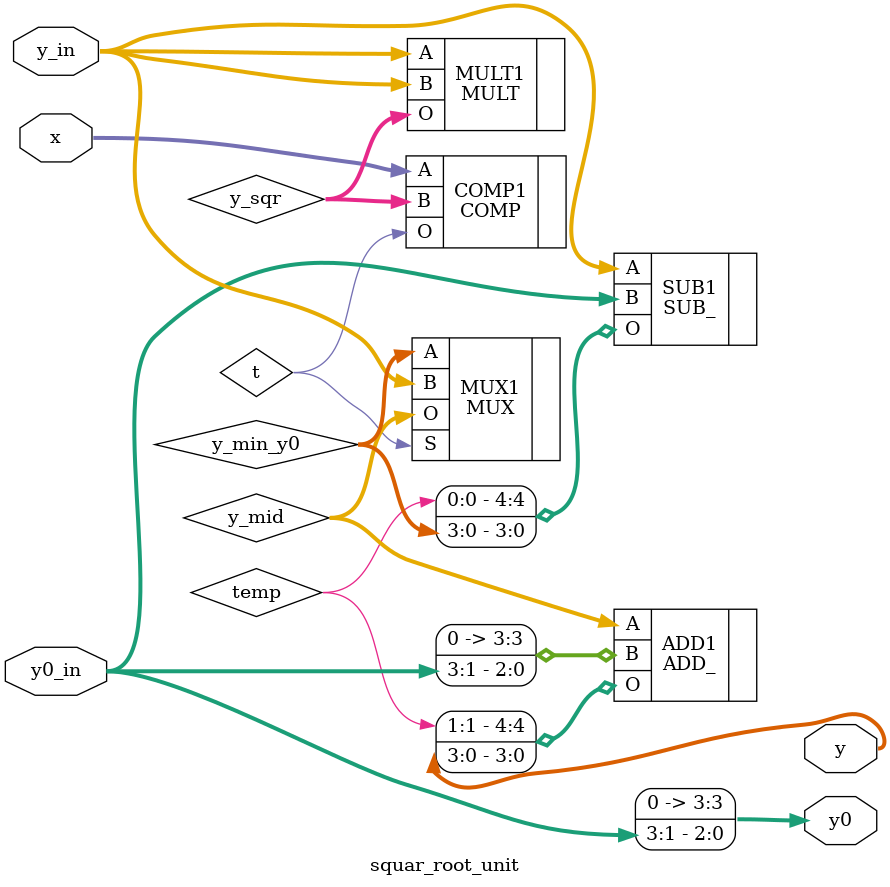
<source format=v>
`timescale 1ns / 1ps

 module square_root_comb #(parameter N = 8, M = 16)(
	input 			[N-1:0]		A,
	output			[N/2-1:0]	O
	);
	
				wire	[N/2-1:0]	Y[0:M];
				wire	[N/2-1:0]	Y0[0:M];
	
	assign Y[0] = {1'b1,{(N/2-1){1'b0}}};
	assign Y0[0] = {1'b1,{(N/2-1){1'b0}}};
	
	assign O = Y[M];
	
	genvar gv;
	generate
	for (gv = 0; gv < M; gv = gv + 1)
	begin: sqr_rt
		squar_root_unit #(.N(N)) squar_root_unit(
			.x(A),
			.y_in(Y[gv]), 
			.y0_in(Y0[gv]),
			.y(Y[gv+1]), 
			.y0(Y0[gv+1])
);
	end
	endgenerate
	
	
endmodule


module squar_root_unit #(parameter N = 8)(
	input		[N-1:0]		x,
	input	[N/2-1:0]	y_in, y0_in,
	output	[N/2-1:0]	y, y0
);

	wire 						t;
	wire		[N/2-1:0]	y_min_y0, y_mid;
	wire		[N-1:0]		y_sqr;
	wire		[1:0]		temp;
	
	//assign	y_sqr = y_in * y_in;
	MULT #(.N(N/2), .M(N/2)) MULT1 (.A(y_in), .B(y_in), .O(y_sqr));
	//assign 	t = (y_sqr > x) ? 1 : 0;
	COMP #(.N(N)) COMP1 (.A(x), .B(y_sqr), .O(t));
	//assign	y_min_y0 = y_in - y0_in;
	SUB_ #(.N(N/2), .M(N/2)) SUB1 (.A(y_in), .B(y0_in), .O({temp[0], y_min_y0}));
	//assign 	y_mid = t? y_min_y0 : y_in;
	MUX #(.N(N/2)) MUX1 (.A(y_min_y0), .B(y_in), .S(t), .O(y_mid));
	assign 	y0 = y0_in >> 1;
	//assign 	y = y_mid + y0;
	ADD_ #(.N(N/2), .M(N/2)) ADD1 (.A(y_mid), .B(y0), .O({temp[1],y}));
	

endmodule

</source>
